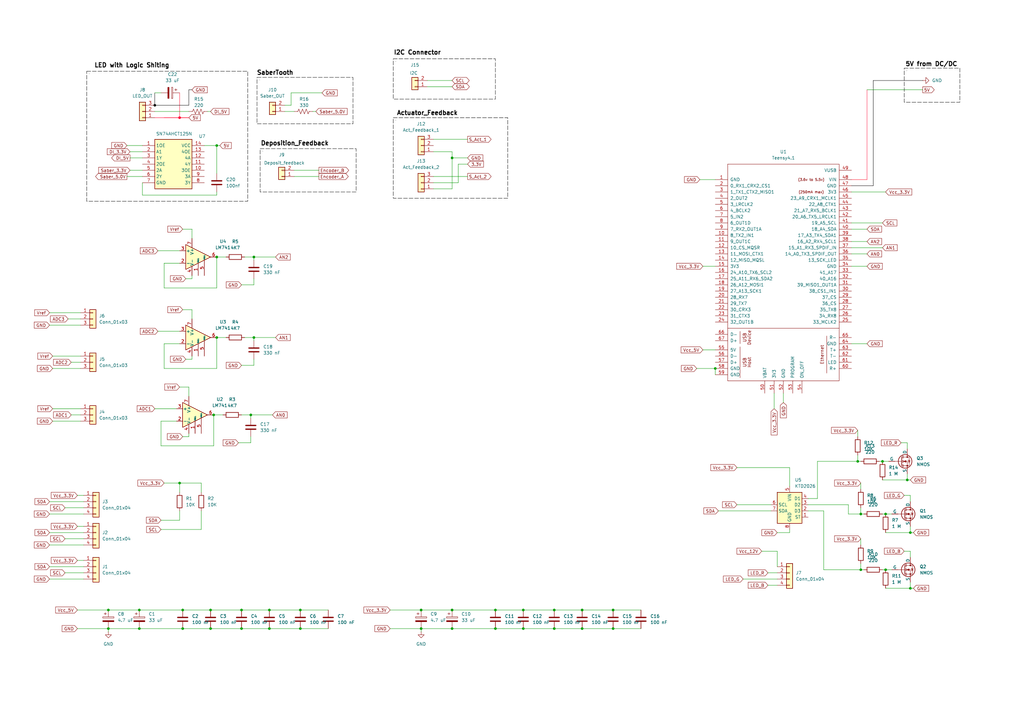
<source format=kicad_sch>
(kicad_sch (version 20250114) (generator "eeschema") (generator_version "9.0")
  (paper "A3")
  (lib_symbols
    (symbol "74xx:74AHC373"
      (property "Reference" "U7" (at -1.016 20.32 0))
      (property "Value" "SN74AHCT125N" (at -7.112 17.526 0))
      (symbol "74AHC373_1_0"
        (pin input line (at -12.7 12.7 0) (length 5.08) (name "1OE") (number "1"))
        (pin input line (at -12.7 10.16 0) (length 5.08) (name "A1") (number "2"))
        (pin input line (at -12.7 7.62 0) (length 5.08) (name "1Y") (number "3"))
        (pin input line (at -12.7 5.08 0) (length 5.08) (name "2OE") (number "4"))
        (pin input line (at -12.7 2.54 0) (length 5.08) (name "2A") (number "5"))
        (pin input line (at -12.7 0 0) (length 5.08) (name "2Y") (number "6"))
        (pin input line (at -12.7 -2.54 0) (length 5.08) (name "GND") (number "7"))
        (pin tri_state line (at 12.7 12.7 180) (length 5.08) (name "VCC") (number "14"))
        (pin tri_state line (at 12.7 10.16 180) (length 5.08) (name "4OE") (number "13"))
        (pin tri_state line (at 12.7 7.62 180) (length 5.08) (name "4A") (number "12"))
        (pin tri_state line (at 12.7 5.08 180) (length 5.08) (name "4Y") (number "11"))
        (pin tri_state line (at 12.7 2.54 180) (length 5.08) (name "3OE") (number "10"))
        (pin tri_state line (at 12.7 0 180) (length 5.08) (name "3A") (number "9"))
        (pin tri_state line (at 12.7 -2.54 180) (length 5.08) (name "3Y") (number "8"))
      )
    )
    (symbol "Amplifier_Operational:LM741" (pin_names (offset 0.127))
      (property "Reference" "U" (at 0 6.35 0))
      (property "Value" "LM741" (at 0 3.81 0))
      (symbol "LM741_1_1"
        (pin input line (at -7.62 2.54 0) (length 2.54) (name "+") (number "3"))
        (pin input line (at -7.62 -2.54 0) (length 2.54) (name "-") (number "2"))
        (pin power_in line (at -2.54 7.62 270) (length 3.81) (name "V+") (number "7"))
        (pin power_in line (at -2.54 -7.62 90) (length 3.81) (name "V-") (number "4"))
        (pin no_connect line (at 0 2.54 270) (length 2.54) (hide yes) (name "NC") (number "8"))
        (pin input line (at 0 -7.62 90) (length 5.08) (name "NULL") (number "1"))
        (pin input line (at 2.54 -7.62 90) (length 6.35) (name "NULL") (number "5"))
        (pin output line (at 7.62 0 180) (length 2.54) (name "~") (number "6"))
      )
    )
    (symbol "Connector_Generic:Conn_01x02" (pin_names (offset 1.016) (hide yes))
      (property "Reference" "J" (at 0 2.54 0))
      (property "Value" "Conn_01x02" (at 0 -5.08 0))
      (symbol "Conn_01x02_1_1"
        (pin passive line (at -5.08 0 0) (length 3.81) (name "Pin_1") (number "1"))
        (pin passive line (at -5.08 -2.54 0) (length 3.81) (name "Pin_2") (number "2"))
      )
    )
    (symbol "Connector_Generic:Conn_01x03" (pin_names (offset 1.016) (hide yes))
      (property "Reference" "J" (at 0 5.08 0))
      (property "Value" "Conn_01x03" (at 0 -5.08 0))
      (symbol "Conn_01x03_1_1"
        (pin passive line (at -5.08 2.54 0) (length 3.81) (name "Pin_1") (number "1"))
        (pin passive line (at -5.08 0 0) (length 3.81) (name "Pin_2") (number "2"))
        (pin passive line (at -5.08 -2.54 0) (length 3.81) (name "Pin_3") (number "3"))
      )
    )
    (symbol "Connector_Generic:Conn_01x04" (pin_names (offset 1.016) (hide yes))
      (property "Reference" "J" (at 0 5.08 0))
      (property "Value" "Conn_01x04" (at 0 -7.62 0))
      (symbol "Conn_01x04_1_1"
        (pin passive line (at -5.08 2.54 0) (length 3.81) (name "Pin_1") (number "1"))
        (pin passive line (at -5.08 0 0) (length 3.81) (name "Pin_2") (number "2"))
        (pin passive line (at -5.08 -2.54 0) (length 3.81) (name "Pin_3") (number "3"))
        (pin passive line (at -5.08 -5.08 0) (length 3.81) (name "Pin_4") (number "4"))
      )
    )
    (symbol "Device:C" (pin_numbers (hide yes)) (pin_names (offset 0.254))
      (property "Reference" "C" (at 0.635 2.54 0))
      (property "Value" "C" (at 0.635 -2.54 0))
      (symbol "C_1_1"
        (pin passive line (at 0 3.81 270) (length 2.794) (name "~") (number "1"))
        (pin passive line (at 0 -3.81 90) (length 2.794) (name "~") (number "2"))
      )
    )
    (symbol "Device:C_Polarized" (pin_numbers (hide yes)) (pin_names (offset 0.254))
      (property "Reference" "C" (at 0.635 2.54 0))
      (property "Value" "C_Polarized" (at 0.635 -2.54 0))
      (symbol "C_Polarized_1_1"
        (pin passive line (at 0 3.81 270) (length 2.794) (name "~") (number "1"))
        (pin passive line (at 0 -3.81 90) (length 2.794) (name "~") (number "2"))
      )
    )
    (symbol "Device:R" (pin_numbers (hide yes)) (pin_names (offset 0))
      (property "Reference" "R" (at 2.032 0 90))
      (property "Value" "R" (at 0 0 90))
      (symbol "R_1_1"
        (pin passive line (at 0 3.81 270) (length 1.27) (name "~") (number "1"))
        (pin passive line (at 0 -3.81 90) (length 1.27) (name "~") (number "2"))
      )
    )
    (symbol "Device:R_US" (pin_numbers (hide yes)) (pin_names (offset 0))
      (property "Reference" "R" (at 2.54 0 90))
      (property "Value" "R_US" (at -2.54 0 90))
      (symbol "R_US_1_1"
        (pin passive line (at 0 3.81 270) (length 1.27) (name "~") (number "1"))
        (pin passive line (at 0 -3.81 90) (length 1.27) (name "~") (number "2"))
      )
    )
    (symbol "Driver_LED:KTD2026"
      (property "Reference" "U" (at 6.604 8.636 0))
      (property "Value" "KTD2026" (at -6.985 8.89 0))
      (symbol "KTD2026_1_1"
        (pin input line (at -7.62 2.54 0) (length 2.54) (name "SCL") (number "6"))
        (pin bidirectional line (at -7.62 0 0) (length 2.54) (name "SDA") (number "7"))
        (pin power_in line (at 0 10.16 270) (length 2.54) (name "VIN") (number "5"))
        (pin power_in line (at 0 -7.62 90) (length 2.54) (name "GND") (number "8"))
        (pin passive line (at 0 -7.62 90) (length 2.54) (hide yes) (name "GND") (number "9"))
        (pin output line (at 7.62 5.08 180) (length 2.54) (name "D1") (number "4"))
        (pin output line (at 7.62 2.54 180) (length 2.54) (name "D2") (number "3"))
        (pin output line (at 7.62 0 180) (length 2.54) (name "D3") (number "2"))
        (pin open_collector line (at 7.62 -2.54 180) (length 2.54) (name "ST") (number "1"))
      )
    )
    (symbol "Simulation_SPICE:NMOS" (pin_numbers (hide yes)) (pin_names (offset 0))
      (property "Reference" "Q" (at 5.08 1.27 0))
      (property "Value" "NMOS" (at 5.08 -1.27 0))
      (symbol "NMOS_1_1"
        (pin input line (at -5.08 0 0) (length 2.54) (name "G") (number "2"))
        (pin passive line (at 2.54 5.08 270) (length 2.54) (name "D") (number "1"))
        (pin passive line (at 2.54 -5.08 90) (length 2.54) (name "S") (number "3"))
      )
    )
    (symbol "power:GND" (power) (pin_numbers (hide yes)) (pin_names (offset 0) (hide yes))
      (property "Value" "GND" (at 0 -3.81 0))
      (symbol "GND_1_1"
        (pin power_in line (at 0 0 270) (length 0) (name "~") (number "1"))
      )
    )
    (symbol "teensy:Teensy4.1" (pin_names (offset 1.016))
      (property "Reference" "U" (at 0 64.77 0))
      (property "Value" "Teensy4.1" (at 0 62.23 0))
      (symbol "Teensy4.1_0_0"
        (text "USB" (at -15.875 -10.16 900) (effects (font (size 1.27 1.27))))
        (text "USB" (at -15.875 -20.32 900) (effects (font (size 1.27 1.27))))
        (text "Device" (at -13.97 -10.16 900) (effects (font (size 1.27 1.27))))
        (text "Host" (at -13.97 -20.32 900) (effects (font (size 1.27 1.27))))
        (text "(3.6v to 5.5v)" (at 11.43 54.61 0) (effects (font (size 1.016 1.016))))
        (text "(250mA max)" (at 11.43 49.53 0) (effects (font (size 1.016 1.016))))
        (text "Ethernet" (at 15.875 -17.145 900) (effects (font (size 1.27 1.27))))
        (pin bidirectional line (at -27.94 44.45 0) (length 5.08) (name "3_LRCLK2") (number "5"))
        (pin bidirectional line (at -27.94 41.91 0) (length 5.08) (name "4_BCLK2") (number "6"))
        (pin bidirectional line (at -27.94 39.37 0) (length 5.08) (name "5_IN2") (number "7"))
        (pin bidirectional line (at -27.94 36.83 0) (length 5.08) (name "6_OUT1D") (number "8"))
        (pin bidirectional line (at -27.94 34.29 0) (length 5.08) (name "7_RX2_OUT1A") (number "9"))
        (pin bidirectional line (at -27.94 31.75 0) (length 5.08) (name "8_TX2_IN1") (number "10"))
        (pin bidirectional line (at -27.94 29.21 0) (length 5.08) (name "9_OUT1C") (number "11"))
        (pin bidirectional line (at -27.94 26.67 0) (length 5.08) (name "10_CS_MQSR") (number "12"))
        (pin bidirectional line (at -27.94 24.13 0) (length 5.08) (name "11_MOSI_CTX1") (number "13"))
        (pin bidirectional line (at -27.94 21.59 0) (length 5.08) (name "12_MISO_MQSL") (number "14"))
        (pin power_in line (at -27.94 19.05 0) (length 5.08) (name "3V3") (number "15"))
        (pin bidirectional line (at -27.94 16.51 0) (length 5.08) (name "24_A10_TX6_SCL2") (number "16"))
        (pin bidirectional line (at -27.94 13.97 0) (length 5.08) (name "25_A11_RX6_SDA2") (number "17"))
        (pin bidirectional line (at -27.94 11.43 0) (length 5.08) (name "26_A12_MOSI1") (number "18"))
        (pin bidirectional line (at -27.94 8.89 0) (length 5.08) (name "27_A13_SCK1") (number "19"))
        (pin bidirectional line (at -27.94 6.35 0) (length 5.08) (name "28_RX7") (number "20"))
        (pin bidirectional line (at -27.94 3.81 0) (length 5.08) (name "29_TX7") (number "21"))
        (pin bidirectional line (at -27.94 1.27 0) (length 5.08) (name "30_CRX3") (number "22"))
        (pin bidirectional line (at -27.94 -1.27 0) (length 5.08) (name "31_CTX3") (number "23"))
        (pin bidirectional line (at -27.94 -3.81 0) (length 5.08) (name "32_OUT1B") (number "24"))
        (pin bidirectional line (at -27.94 -8.89 0) (length 5.08) (name "D-") (number "66"))
        (pin bidirectional line (at -27.94 -11.43 0) (length 5.08) (name "D+") (number "67"))
        (pin power_out line (at -27.94 -15.24 0) (length 5.08) (name "5V") (number "55"))
        (pin bidirectional line (at -27.94 -17.78 0) (length 5.08) (name "D-") (number "56"))
        (pin bidirectional line (at -27.94 -20.32 0) (length 5.08) (name "D+") (number "57"))
        (pin power_in line (at -27.94 -22.86 0) (length 5.08) (name "GND") (number "58"))
        (pin power_in line (at -27.94 -25.4 0) (length 5.08) (name "GND") (number "59"))
        (pin power_in line (at -7.62 -33.02 90) (length 5.08) (name "VBAT") (number "50"))
        (pin power_in line (at -3.81 -33.02 90) (length 5.08) (name "3V3") (number "51"))
        (pin input line (at 0 -33.02 90) (length 5.08) (name "GND") (number "52"))
        (pin input line (at 3.81 -33.02 90) (length 5.08) (name "PROGRAM") (number "53"))
        (pin input line (at 7.62 -33.02 90) (length 5.08) (name "ON_OFF") (number "54"))
        (pin power_out line (at 27.94 58.42 180) (length 5.08) (name "VUSB") (number "49"))
        (pin power_in line (at 27.94 54.61 180) (length 5.08) (name "VIN") (number "48"))
        (pin output line (at 27.94 52.07 180) (length 5.08) (name "GND") (number "47"))
        (pin output line (at 27.94 49.53 180) (length 5.08) (name "3V3") (number "46"))
        (pin bidirectional line (at 27.94 46.99 180) (length 5.08) (name "23_A9_CRX1_MCLK1") (number "45"))
        (pin bidirectional line (at 27.94 44.45 180) (length 5.08) (name "22_A8_CTX1") (number "44"))
        (pin bidirectional line (at 27.94 41.91 180) (length 5.08) (name "21_A7_RX5_BCLK1") (number "43"))
        (pin bidirectional line (at 27.94 39.37 180) (length 5.08) (name "20_A6_TX5_LRCLK1") (number "42"))
        (pin bidirectional line (at 27.94 36.83 180) (length 5.08) (name "19_A5_SCL") (number "41"))
        (pin bidirectional line (at 27.94 34.29 180) (length 5.08) (name "18_A4_SDA") (number "40"))
        (pin bidirectional line (at 27.94 31.75 180) (length 5.08) (name "17_A3_TX4_SDA1") (number "39"))
        (pin bidirectional line (at 27.94 29.21 180) (length 5.08) (name "16_A2_RX4_SCL1") (number "38"))
        (pin bidirectional line (at 27.94 26.67 180) (length 5.08) (name "15_A1_RX3_SPDIF_IN") (number "37"))
        (pin bidirectional line (at 27.94 24.13 180) (length 5.08) (name "14_A0_TX3_SPDIF_OUT") (number "36"))
        (pin bidirectional line (at 27.94 21.59 180) (length 5.08) (name "13_SCK_LED") (number "35"))
        (pin bidirectional line (at 27.94 16.51 180) (length 5.08) (name "41_A17") (number "33"))
        (pin bidirectional line (at 27.94 13.97 180) (length 5.08) (name "40_A16") (number "32"))
        (pin bidirectional line (at 27.94 11.43 180) (length 5.08) (name "39_MISO1_OUT1A") (number "31"))
        (pin bidirectional line (at 27.94 8.89 180) (length 5.08) (name "38_CS1_IN1") (number "30"))
        (pin bidirectional line (at 27.94 6.35 180) (length 5.08) (name "37_CS") (number "29"))
        (pin bidirectional line (at 27.94 3.81 180) (length 5.08) (name "36_CS") (number "28"))
        (pin bidirectional line (at 27.94 1.27 180) (length 5.08) (name "35_TX8") (number "27"))
        (pin bidirectional line (at 27.94 -1.27 180) (length 5.08) (name "34_RX8") (number "26"))
        (pin bidirectional line (at 27.94 -3.81 180) (length 5.08) (name "33_MCLK2") (number "25"))
        (pin bidirectional line (at 27.94 -10.16 180) (length 5.08) (name "R-") (number "65"))
        (pin power_in line (at 27.94 -12.7 180) (length 5.08) (name "GND") (number "64"))
        (pin bidirectional line (at 27.94 -15.24 180) (length 5.08) (name "T+") (number "63"))
        (pin bidirectional line (at 27.94 -17.78 180) (length 5.08) (name "T-") (number "62"))
        (pin bidirectional line (at 27.94 -20.32 180) (length 5.08) (name "LED") (number "61"))
        (pin bidirectional line (at 27.94 -22.86 180) (length 5.08) (name "R+") (number "60"))
      )
      (symbol "Teensy4.1_1_1"
        (pin power_in line (at -27.94 54.61 0) (length 5.08) (name "GND") (number "1"))
        (pin bidirectional line (at -27.94 52.07 0) (length 5.08) (name "0_RX1_CRX2_CS1") (number "2"))
        (pin bidirectional line (at -27.94 49.53 0) (length 5.08) (name "1_TX1_CTX2_MISO1") (number "3"))
        (pin bidirectional line (at -27.94 46.99 0) (length 5.08) (name "2_OUT2") (number "4"))
        (pin power_in line (at 27.94 19.05 180) (length 5.08) (name "GND") (number "34"))
      )
    )
  )
  (text "Deposition_Feedback\n" (at 120.904 58.928 0) (effects (font (size 1.778 1.778) (thickness 0.3556) (bold yes))))
  (text "5V from DC/DC\n" (at 382.016 26.416 0) (effects (font (size 1.778 1.778) (thickness 0.3556) (bold yes))))
  (text "LED with Logic Shiting\n" (at 54.102 26.924 0) (effects (font (size 1.778 1.778) (thickness 0.3556) (bold yes))))
  (text "SaberTooth \n" (at 113.538 29.972 0) (effects (font (size 1.778 1.778) (thickness 0.3556) (bold yes))))
  (text "Actuator_Feedback\n" (at 175.26 46.482 0) (effects (font (size 1.778 1.778) (thickness 0.3556) (bold yes))))
  (text "I2C Connector\n\n" (at 171.196 23.114 0) (effects (font (size 1.778 1.778) (thickness 0.3556) (bold yes))))
  (text_box "\\\n" (at 161.29 48.26 0) (size 46.99 33.02) (margins 0.9525 0.9525 0.9525 0.9525) (stroke (width 0.1524) (type dash) (color 0 0 0 1)) (effects (font (size 0.127 0.127)) (justify left top)))
  (text_box "\\\n" (at 106.68 60.96 0) (size 39.37 17.78) (margins 0.9525 0.9525 0.9525 0.9525) (stroke (width 0.1524) (type dash) (color 0 0 0 1)) (effects (font (size 0.127 0.127)) (justify left top)))
  (text_box "\\\n" (at 370.84 27.94 0) (size 22.86 13.97) (margins 0.9525 0.9525 0.9525 0.9525) (stroke (width 0.1524) (type dash) (color 0 0 0 1)) (effects (font (size 0.127 0.127)) (justify left top)))
  (text_box "\\\n" (at 35.56 29.21 0) (size 66.04 53.34) (margins 0.9525 0.9525 0.9525 0.9525) (stroke (width 0.1524) (type dash) (color 0 0 0 1)) (effects (font (size 0.127 0.127)) (justify left top)))
  (text_box "\\\n" (at 161.29 24.13 0) (size 41.91 16.51) (margins 0.9525 0.9525 0.9525 0.9525) (stroke (width 0.1524) (type dash) (color 0 0 0 1)) (effects (font (size 0.127 0.127)) (justify left top)))
  (text_box "\\\n" (at 105.41 31.75 0) (size 39.37 19.05) (margins 0.9525 0.9525 0.9525 0.9525) (stroke (width 0.1524) (type dash) (color 0 0 0 1)) (effects (font (size 0.127 0.127)) (justify left top)))
  (junction (at 57.15 257.81))
  (junction (at 88.9 105.41))
  (junction (at 63.5 43.18) (color 5 5 5 1))
  (junction (at 372.11 196.85))
  (junction (at 227.33 257.81))
  (junction (at 44.45 257.81))
  (junction (at 363.22 210.82))
  (junction (at 351.79 189.23))
  (junction (at 74.93 257.81))
  (junction (at 214.63 257.81))
  (junction (at 172.72 250.19))
  (junction (at 73.66 48.26) (color 255 0 40 1))
  (junction (at 238.76 257.81))
  (junction (at 86.36 257.81))
  (junction (at 86.36 250.19))
  (junction (at 172.72 257.81))
  (junction (at 104.14 105.41))
  (junction (at 74.93 250.19))
  (junction (at 361.95 189.23))
  (junction (at 99.06 257.81))
  (junction (at 373.38 218.44))
  (junction (at 102.87 170.18))
  (junction (at 99.06 250.19))
  (junction (at 88.9 59.69))
  (junction (at 363.22 233.68))
  (junction (at 110.49 250.19))
  (junction (at 227.33 250.19))
  (junction (at 123.19 250.19))
  (junction (at 185.42 250.19))
  (junction (at 214.63 250.19))
  (junction (at 238.76 250.19))
  (junction (at 185.42 64.77))
  (junction (at 57.15 250.19))
  (junction (at 251.46 250.19))
  (junction (at 203.2 250.19))
  (junction (at 87.63 170.18))
  (junction (at 44.45 250.19))
  (junction (at 251.46 257.81))
  (junction (at 104.14 138.43))
  (junction (at 123.19 257.81))
  (junction (at 73.66 198.12))
  (junction (at 353.06 233.68))
  (junction (at 203.2 257.81))
  (junction (at 373.38 241.3))
  (junction (at 185.42 257.81))
  (junction (at 293.37 151.13))
  (junction (at 110.49 257.81))
  (junction (at 88.9 138.43))
  (junction (at 353.06 210.82))
  (wire (pts (xy 337.82 209.55) (xy 337.82 233.68)))
  (wire (pts (xy 120.65 72.39) (xy 130.81 72.39)))
  (wire (pts (xy 104.14 105.41) (xy 113.03 105.41)))
  (wire (pts (xy 349.25 140.97) (xy 355.6 140.97)))
  (wire (pts (xy 373.38 238.76) (xy 373.38 241.3)))
  (wire (pts (xy 172.72 250.19) (xy 185.42 250.19)))
  (wire (pts (xy 120.65 69.85) (xy 130.81 69.85)))
  (wire (pts (xy 64.77 135.89) (xy 73.66 135.89)))
  (wire (pts (xy 369.57 181.61) (xy 372.11 181.61)))
  (wire (pts (xy 185.42 257.81) (xy 203.2 257.81)))
  (wire (pts (xy 293.37 151.13) (xy 293.37 153.67)))
  (wire (pts (xy 238.76 257.81) (xy 251.46 257.81)))
  (wire (pts (xy 363.22 233.68) (xy 365.76 233.68)))
  (wire (pts (xy 123.19 257.81) (xy 134.62 257.81)))
  (wire (pts (xy 373.38 218.44) (xy 374.65 218.44)))
  (wire (pts (xy 128.27 45.72) (xy 129.54 45.72)))
  (wire (pts (xy 373.38 226.06) (xy 373.38 228.6)))
  (wire (pts (xy 63.5 167.64) (xy 72.39 167.64)))
  (wire (pts (xy 31.75 250.19) (xy 44.45 250.19)))
  (wire (pts (xy 53.34 64.77) (xy 58.42 64.77)))
  (wire (pts (xy 351.79 179.07) (xy 351.79 176.53)))
  (wire (pts (xy 317.5 161.29) (xy 317.5 167.64)))
  (wire (pts (xy 104.14 138.43) (xy 113.03 138.43)))
  (wire (pts (xy 67.31 118.11) (xy 88.9 118.11)))
  (wire (pts (xy 177.8 74.93) (xy 187.96 74.93)))
  (wire (pts (xy 67.31 151.13) (xy 88.9 151.13)))
  (wire (pts (xy 26.67 220.98) (xy 34.29 220.98)))
  (wire (pts (xy 353.06 231.14) (xy 353.06 233.68)))
  (wire (pts (xy 203.2 250.19) (xy 214.63 250.19)))
  (wire (pts (xy 29.21 148.59) (xy 33.02 148.59)))
  (wire (pts (xy 203.2 257.81) (xy 214.63 257.81)))
  (wire (pts (xy 363.22 218.44) (xy 373.38 218.44)))
  (wire (pts (xy 29.21 170.18) (xy 33.02 170.18)))
  (wire (pts (xy 337.82 233.68) (xy 353.06 233.68)))
  (wire (pts (xy 177.8 77.47) (xy 185.42 77.47)))
  (wire (pts (xy 372.11 181.61) (xy 372.11 184.15)))
  (wire (pts (xy 304.8 237.49) (xy 318.77 237.49)))
  (wire (pts (xy 88.9 118.11) (xy 88.9 105.41)))
  (wire (pts (xy 287.02 73.66) (xy 293.37 73.66)))
  (wire (pts (xy 102.87 181.61) (xy 97.79 181.61)))
  (wire (pts (xy 77.47 36.83) (xy 78.74 36.83)) (stroke (width 0) (color 5 5 5 1)))
  (wire (pts (xy 318.77 218.44) (xy 323.85 218.44)))
  (wire (pts (xy 78.74 93.98) (xy 78.74 97.79)))
  (wire (pts (xy 77.47 36.83) (xy 77.47 43.18)) (stroke (width 0) (color 5 5 5 1)))
  (wire (pts (xy 44.45 250.19) (xy 57.15 250.19)))
  (wire (pts (xy 314.96 234.95) (xy 318.77 234.95)))
  (wire (pts (xy 78.74 147.32) (xy 78.74 146.05)))
  (wire (pts (xy 83.82 59.69) (xy 88.9 59.69)))
  (wire (pts (xy 64.77 102.87) (xy 73.66 102.87)))
  (wire (pts (xy 110.49 257.81) (xy 123.19 257.81)))
  (wire (pts (xy 175.26 35.56) (xy 185.42 35.56)))
  (wire (pts (xy 373.38 203.2) (xy 373.38 205.74)))
  (wire (pts (xy 302.26 207.01) (xy 316.23 207.01)))
  (wire (pts (xy 361.95 189.23) (xy 364.49 189.23)))
  (wire (pts (xy 31.75 203.2) (xy 34.29 203.2)))
  (wire (pts (xy 227.33 257.81) (xy 238.76 257.81)))
  (wire (pts (xy 82.55 201.93) (xy 82.55 198.12)))
  (wire (pts (xy 335.28 204.47) (xy 335.28 189.23)))
  (wire (pts (xy 73.66 198.12) (xy 73.66 201.93)))
  (wire (pts (xy 20.32 133.35) (xy 33.02 133.35)))
  (wire (pts (xy 185.42 62.23) (xy 185.42 64.77)))
  (wire (pts (xy 116.84 45.72) (xy 120.65 45.72)))
  (wire (pts (xy 77.47 179.07) (xy 77.47 177.8)))
  (wire (pts (xy 99.06 257.81) (xy 110.49 257.81)))
  (wire (pts (xy 26.67 208.28) (xy 34.29 208.28)))
  (wire (pts (xy 102.87 179.07) (xy 102.87 181.61)))
  (wire (pts (xy 187.96 67.31) (xy 191.77 67.31)))
  (wire (pts (xy 370.84 226.06) (xy 373.38 226.06)))
  (wire (pts (xy 57.15 250.19) (xy 74.93 250.19)))
  (wire (pts (xy 21.59 172.72) (xy 33.02 172.72)))
  (wire (pts (xy 87.63 182.88) (xy 87.63 170.18)))
  (wire (pts (xy 44.45 257.81) (xy 57.15 257.81)))
  (wire (pts (xy 74.93 250.19) (xy 86.36 250.19)))
  (wire (pts (xy 82.55 198.12) (xy 73.66 198.12)))
  (wire (pts (xy 251.46 250.19) (xy 262.89 250.19)))
  (wire (pts (xy 88.9 105.41) (xy 92.71 105.41)))
  (wire (pts (xy 353.06 210.82) (xy 354.33 210.82)))
  (wire (pts (xy 73.66 38.1) (xy 73.66 48.26)) (stroke (width 0) (color 255 1 35 1)))
  (wire (pts (xy 31.75 229.87) (xy 34.29 229.87)))
  (wire (pts (xy 85.09 45.72) (xy 86.36 45.72)))
  (wire (pts (xy 21.59 146.05) (xy 33.02 146.05)))
  (wire (pts (xy 353.06 208.28) (xy 353.06 210.82)))
  (wire (pts (xy 74.93 127) (xy 78.74 127)))
  (wire (pts (xy 73.66 213.36) (xy 73.66 209.55)))
  (wire (pts (xy 360.68 189.23) (xy 361.95 189.23)))
  (wire (pts (xy 214.63 257.81) (xy 227.33 257.81)))
  (wire (pts (xy 378.46 33.02) (xy 358.14 33.02)) (stroke (width 0) (color 0 0 0 1)))
  (wire (pts (xy 67.31 198.12) (xy 73.66 198.12)))
  (wire (pts (xy 77.47 43.18) (xy 63.5 43.18)) (stroke (width 0) (color 5 5 5 1)))
  (wire (pts (xy 321.31 161.29) (xy 321.31 165.1)))
  (wire (pts (xy 88.9 138.43) (xy 92.71 138.43)))
  (wire (pts (xy 349.25 76.2) (xy 358.14 76.2)) (stroke (width 0) (color 8 0 3 1)))
  (wire (pts (xy 185.42 64.77) (xy 185.42 77.47)))
  (wire (pts (xy 20.32 205.74) (xy 34.29 205.74)))
  (wire (pts (xy 88.9 59.69) (xy 90.17 59.69)))
  (wire (pts (xy 73.66 140.97) (xy 67.31 140.97)))
  (wire (pts (xy 102.87 170.18) (xy 99.06 170.18)))
  (wire (pts (xy 355.6 73.66) (xy 349.25 73.66)) (stroke (width 0) (color 255 0 27 1)))
  (wire (pts (xy 347.98 207.01) (xy 347.98 210.82)))
  (wire (pts (xy 63.5 48.26) (xy 73.66 48.26)) (stroke (width 0) (color 255 0 46 1)))
  (wire (pts (xy 361.95 196.85) (xy 372.11 196.85)))
  (wire (pts (xy 76.2 147.32) (xy 78.74 147.32)))
  (wire (pts (xy 20.32 128.27) (xy 33.02 128.27)))
  (wire (pts (xy 349.25 101.6) (xy 361.95 101.6)))
  (wire (pts (xy 58.42 74.93) (xy 58.42 80.01)))
  (wire (pts (xy 363.22 241.3) (xy 373.38 241.3)))
  (wire (pts (xy 172.72 257.81) (xy 185.42 257.81)))
  (wire (pts (xy 185.42 250.19) (xy 203.2 250.19)))
  (wire (pts (xy 372.11 196.85) (xy 373.38 196.85)))
  (wire (pts (xy 119.38 43.18) (xy 119.38 38.1)))
  (wire (pts (xy 73.66 107.95) (xy 67.31 107.95)))
  (wire (pts (xy 78.74 127) (xy 78.74 130.81)))
  (wire (pts (xy 110.49 250.19) (xy 123.19 250.19)))
  (wire (pts (xy 88.9 59.69) (xy 88.9 71.12)))
  (wire (pts (xy 116.84 43.18) (xy 119.38 43.18)))
  (wire (pts (xy 66.04 217.17) (xy 82.55 217.17)))
  (wire (pts (xy 177.8 62.23) (xy 185.42 62.23)))
  (wire (pts (xy 87.63 170.18) (xy 91.44 170.18)))
  (wire (pts (xy 160.02 250.19) (xy 172.72 250.19)))
  (wire (pts (xy 86.36 257.81) (xy 99.06 257.81)))
  (wire (pts (xy 77.47 45.72) (xy 63.5 45.72)))
  (wire (pts (xy 20.32 218.44) (xy 34.29 218.44)))
  (wire (pts (xy 88.9 151.13) (xy 88.9 138.43)))
  (wire (pts (xy 314.96 240.03) (xy 318.77 240.03)))
  (wire (pts (xy 88.9 80.01) (xy 88.9 78.74)))
  (wire (pts (xy 175.26 33.02) (xy 185.42 33.02)))
  (wire (pts (xy 335.28 189.23) (xy 351.79 189.23)))
  (wire (pts (xy 53.34 62.23) (xy 58.42 62.23)))
  (wire (pts (xy 288.29 109.22) (xy 293.37 109.22)))
  (wire (pts (xy 73.66 48.26) (xy 77.47 48.26)) (stroke (width 0) (color 255 18 0 1)))
  (wire (pts (xy 104.14 138.43) (xy 100.33 138.43)))
  (wire (pts (xy 74.93 93.98) (xy 78.74 93.98)))
  (wire (pts (xy 63.5 38.1) (xy 63.5 43.18)) (stroke (width 0) (color 5 3 5 1)))
  (wire (pts (xy 160.02 257.81) (xy 172.72 257.81)))
  (wire (pts (xy 355.6 36.83) (xy 355.6 73.66)) (stroke (width 0) (color 255 14 57 1)))
  (wire (pts (xy 104.14 149.86) (xy 99.06 149.86)))
  (wire (pts (xy 351.79 186.69) (xy 351.79 189.23)))
  (wire (pts (xy 177.8 57.15) (xy 191.77 57.15)))
  (wire (pts (xy 187.96 67.31) (xy 187.96 74.93)))
  (wire (pts (xy 53.34 69.85) (xy 58.42 69.85)))
  (wire (pts (xy 72.39 172.72) (xy 66.04 172.72)))
  (wire (pts (xy 251.46 257.81) (xy 262.89 257.81)))
  (wire (pts (xy 74.93 257.81) (xy 86.36 257.81)))
  (wire (pts (xy 26.67 234.95) (xy 34.29 234.95)))
  (wire (pts (xy 353.06 200.66) (xy 353.06 198.12)))
  (wire (pts (xy 312.42 226.06) (xy 318.77 226.06)))
  (wire (pts (xy 214.63 250.19) (xy 227.33 250.19)))
  (wire (pts (xy 349.25 91.44) (xy 361.95 91.44)))
  (wire (pts (xy 102.87 171.45) (xy 102.87 170.18)))
  (wire (pts (xy 77.47 158.75) (xy 77.47 162.56)))
  (wire (pts (xy 349.25 109.22) (xy 355.6 109.22)))
  (wire (pts (xy 21.59 151.13) (xy 33.02 151.13)))
  (wire (pts (xy 74.93 179.07) (xy 77.47 179.07)))
  (wire (pts (xy 31.75 215.9) (xy 34.29 215.9)))
  (wire (pts (xy 373.38 241.3) (xy 374.65 241.3)))
  (wire (pts (xy 185.42 64.77) (xy 191.77 64.77)))
  (wire (pts (xy 353.06 233.68) (xy 354.33 233.68)))
  (wire (pts (xy 86.36 250.19) (xy 99.06 250.19)))
  (wire (pts (xy 323.85 191.77) (xy 323.85 199.39)))
  (wire (pts (xy 66.04 213.36) (xy 73.66 213.36)))
  (wire (pts (xy 104.14 147.32) (xy 104.14 149.86)))
  (wire (pts (xy 349.25 93.98) (xy 355.6 93.98)))
  (wire (pts (xy 104.14 116.84) (xy 99.06 116.84)))
  (wire (pts (xy 73.66 48.26) (xy 77.47 48.26)) (stroke (width 0) (color 255 0 46 1)))
  (wire (pts (xy 52.07 59.69) (xy 58.42 59.69)))
  (wire (pts (xy 104.14 105.41) (xy 100.33 105.41)))
  (wire (pts (xy 20.32 232.41) (xy 34.29 232.41)))
  (wire (pts (xy 294.64 209.55) (xy 316.23 209.55)))
  (wire (pts (xy 73.66 158.75) (xy 77.47 158.75)))
  (wire (pts (xy 361.95 233.68) (xy 363.22 233.68)))
  (wire (pts (xy 349.25 99.06) (xy 355.6 99.06)))
  (wire (pts (xy 285.75 151.13) (xy 293.37 151.13)))
  (wire (pts (xy 104.14 106.68) (xy 104.14 105.41)))
  (wire (pts (xy 82.55 217.17) (xy 82.55 209.55)))
  (wire (pts (xy 353.06 223.52) (xy 353.06 220.98)))
  (wire (pts (xy 67.31 48.26) (xy 73.66 48.26)) (stroke (width 0) (color 255 6 45 1)))
  (wire (pts (xy 363.22 210.82) (xy 365.76 210.82)))
  (wire (pts (xy 331.47 204.47) (xy 335.28 204.47)))
  (wire (pts (xy 104.14 114.3) (xy 104.14 116.84)))
  (wire (pts (xy 347.98 210.82) (xy 353.06 210.82)))
  (wire (pts (xy 67.31 107.95) (xy 67.31 118.11)))
  (wire (pts (xy 349.25 78.74) (xy 363.22 78.74)))
  (wire (pts (xy 361.95 210.82) (xy 363.22 210.82)))
  (wire (pts (xy 358.14 33.02) (xy 358.14 76.2)) (stroke (width 0) (color 0 0 0 1)))
  (wire (pts (xy 104.14 139.7) (xy 104.14 138.43)))
  (wire (pts (xy 20.32 210.82) (xy 34.29 210.82)))
  (wire (pts (xy 370.84 203.2) (xy 373.38 203.2)))
  (wire (pts (xy 351.79 189.23) (xy 353.06 189.23)))
  (wire (pts (xy 76.2 114.3) (xy 78.74 114.3)))
  (wire (pts (xy 349.25 104.14) (xy 355.6 104.14)))
  (wire (pts (xy 102.87 170.18) (xy 111.76 170.18)))
  (wire (pts (xy 288.29 143.51) (xy 293.37 143.51)))
  (wire (pts (xy 373.38 215.9) (xy 373.38 218.44)))
  (wire (pts (xy 372.11 194.31) (xy 372.11 196.85)))
  (wire (pts (xy 21.59 167.64) (xy 33.02 167.64)))
  (wire (pts (xy 20.32 237.49) (xy 34.29 237.49)))
  (wire (pts (xy 66.04 172.72) (xy 66.04 182.88)))
  (wire (pts (xy 302.26 191.77) (xy 323.85 191.77)))
  (wire (pts (xy 119.38 38.1) (xy 132.08 38.1)))
  (wire (pts (xy 58.42 80.01) (xy 88.9 80.01)))
  (wire (pts (xy 318.77 226.06) (xy 318.77 232.41)))
  (wire (pts (xy 20.32 223.52) (xy 34.29 223.52)))
  (wire (pts (xy 177.8 72.39) (xy 191.77 72.39)))
  (wire (pts (xy 331.47 209.55) (xy 337.82 209.55)))
  (wire (pts (xy 227.33 250.19) (xy 238.76 250.19)))
  (wire (pts (xy 44.45 257.81) (xy 44.45 259.08)))
  (wire (pts (xy 52.07 72.39) (xy 58.42 72.39)))
  (wire (pts (xy 67.31 140.97) (xy 67.31 151.13)))
  (wire (pts (xy 123.19 250.19) (xy 134.62 250.19)))
  (wire (pts (xy 66.04 38.1) (xy 63.5 38.1)))
  (wire (pts (xy 331.47 207.01) (xy 347.98 207.01)))
  (wire (pts (xy 323.85 218.44) (xy 323.85 217.17)))
  (wire (pts (xy 57.15 257.81) (xy 74.93 257.81)))
  (wire (pts (xy 378.46 36.83) (xy 355.6 36.83)))
  (wire (pts (xy 238.76 250.19) (xy 251.46 250.19)))
  (wire (pts (xy 99.06 250.19) (xy 110.49 250.19)))
  (wire (pts (xy 78.74 114.3) (xy 78.74 113.03)))
  (wire (pts (xy 172.72 257.81) (xy 172.72 259.08)))
  (wire (pts (xy 31.75 257.81) (xy 44.45 257.81)))
  (wire (pts (xy 66.04 182.88) (xy 87.63 182.88)))
  (wire (pts (xy 27.94 130.81) (xy 33.02 130.81)))
  (global_label "Vcc_3.3V" (shape input) (at 160.02 250.19 180) (property "Intersheetrefs" "${INTERSHEET_REFS}" (effects (hide yes))))
  (global_label "GND" (shape input) (at 318.77 218.44 180) (property "Intersheetrefs" "${INTERSHEET_REFS}" (effects (hide yes))))
  (global_label "LED_G" (shape input) (at 370.84 203.2 180) (property "Intersheetrefs" "${INTERSHEET_REFS}" (effects (hide yes))))
  (global_label "SCL" (shape input) (at 302.26 207.01 180) (property "Intersheetrefs" "${INTERSHEET_REFS}" (effects (hide yes))))
  (global_label "GND" (shape input) (at 76.2 114.3 180) (property "Intersheetrefs" "${INTERSHEET_REFS}" (effects (hide yes))))
  (global_label "SCL" (shape input) (at 361.95 91.44 0) (property "Intersheetrefs" "${INTERSHEET_REFS}" (effects (hide yes))))
  (global_label "GND" (shape input) (at 132.08 38.1 0) (property "Intersheetrefs" "${INTERSHEET_REFS}" (effects (hide yes))))
  (global_label "ADC2" (shape input) (at 64.77 135.89 180) (property "Intersheetrefs" "${INTERSHEET_REFS}" (effects (hide yes))))
  (global_label "S_Act_2" (shape output) (at 191.77 72.39 0) (property "Intersheetrefs" "${INTERSHEET_REFS}" (effects (hide yes))))
  (global_label "LED_R" (shape input) (at 369.57 181.61 180) (property "Intersheetrefs" "${INTERSHEET_REFS}" (effects (hide yes))))
  (global_label "ADC3" (shape input) (at 64.77 102.87 180) (property "Intersheetrefs" "${INTERSHEET_REFS}" (effects (hide yes))))
  (global_label "GND" (shape input) (at 191.77 64.77 0) (property "Intersheetrefs" "${INTERSHEET_REFS}" (effects (hide yes))))
  (global_label "LED_B" (shape input) (at 370.84 226.06 180) (property "Intersheetrefs" "${INTERSHEET_REFS}" (effects (hide yes))))
  (global_label "SDA" (shape bidirectional) (at 185.42 35.56 0) (property "Intersheetrefs" "${INTERSHEET_REFS}" (effects (hide yes))))
  (global_label "GND" (shape input) (at 355.6 140.97 0) (property "Intersheetrefs" "${INTERSHEET_REFS}" (effects (hide yes))))
  (global_label "SCL" (shape bidirectional) (at 185.42 33.02 0) (property "Intersheetrefs" "${INTERSHEET_REFS}" (effects (hide yes))))
  (global_label "Saber_3.3V" (shape input) (at 53.34 69.85 180) (property "Intersheetrefs" "${INTERSHEET_REFS}" (effects (hide yes))))
  (global_label "AN0" (shape input) (at 111.76 170.18 0) (property "Intersheetrefs" "${INTERSHEET_REFS}" (effects (hide yes))))
  (global_label "Vcc_3.3V" (shape input) (at 288.29 109.22 180) (property "Intersheetrefs" "${INTERSHEET_REFS}" (effects (hide yes))))
  (global_label "Vcc_3.3V" (shape input) (at 353.06 198.12 180) (property "Intersheetrefs" "${INTERSHEET_REFS}" (effects (hide yes))))
  (global_label "Vcc_3.3V" (shape input) (at 317.5 167.64 270) (property "Intersheetrefs" "${INTERSHEET_REFS}" (effects (hide yes))))
  (global_label "GND" (shape input) (at 355.6 109.22 0) (property "Intersheetrefs" "${INTERSHEET_REFS}" (effects (hide yes))))
  (global_label "GND" (shape input) (at 99.06 149.86 180) (property "Intersheetrefs" "${INTERSHEET_REFS}" (effects (hide yes))))
  (global_label "GND" (shape input) (at 20.32 133.35 180) (property "Intersheetrefs" "${INTERSHEET_REFS}" (effects (hide yes))))
  (global_label "GND" (shape input) (at 52.07 59.69 180) (property "Intersheetrefs" "${INTERSHEET_REFS}" (effects (hide yes))))
  (global_label "ADC1" (shape input) (at 63.5 167.64 180) (property "Intersheetrefs" "${INTERSHEET_REFS}" (effects (hide yes))))
  (global_label "Encoder_B" (shape output) (at 130.81 69.85 0) (property "Intersheetrefs" "${INTERSHEET_REFS}" (effects (hide yes))))
  (global_label "SDA" (shape input) (at 20.32 232.41 180) (property "Intersheetrefs" "${INTERSHEET_REFS}" (effects (hide yes))))
  (global_label "3.3V" (shape input) (at 191.77 67.31 0) (property "Intersheetrefs" "${INTERSHEET_REFS}" (effects (hide yes))))
  (global_label "GND" (shape input) (at 20.32 223.52 180) (property "Intersheetrefs" "${INTERSHEET_REFS}" (effects (hide yes))))
  (global_label "AN2" (shape input) (at 355.6 99.06 0) (property "Intersheetrefs" "${INTERSHEET_REFS}" (effects (hide yes))))
  (global_label "Vcc_5V" (shape input) (at 31.75 250.19 180) (property "Intersheetrefs" "${INTERSHEET_REFS}" (effects (hide yes))))
  (global_label "SCL" (shape input) (at 26.67 220.98 180) (property "Intersheetrefs" "${INTERSHEET_REFS}" (effects (hide yes))))
  (global_label "GND" (shape input) (at 76.2 147.32 180) (property "Intersheetrefs" "${INTERSHEET_REFS}" (effects (hide yes))))
  (global_label "GND" (shape input) (at 74.93 179.07 180) (property "Intersheetrefs" "${INTERSHEET_REFS}" (effects (hide yes))))
  (global_label "SDA" (shape input) (at 20.32 218.44 180) (property "Intersheetrefs" "${INTERSHEET_REFS}" (effects (hide yes))))
  (global_label "SDA" (shape input) (at 20.32 205.74 180) (property "Intersheetrefs" "${INTERSHEET_REFS}" (effects (hide yes))))
  (global_label "Vref" (shape input) (at 21.59 167.64 180) (property "Intersheetrefs" "${INTERSHEET_REFS}" (effects (hide yes))))
  (global_label "Saber_5.0V" (shape output) (at 52.07 72.39 180) (property "Intersheetrefs" "${INTERSHEET_REFS}" (effects (hide yes))))
  (global_label "Vcc_3.3V" (shape input) (at 31.75 229.87 180) (property "Intersheetrefs" "${INTERSHEET_REFS}" (effects (hide yes))))
  (global_label "SCL" (shape input) (at 66.04 217.17 180) (property "Intersheetrefs" "${INTERSHEET_REFS}" (effects (hide yes))))
  (global_label "Vcc_3.3V" (shape input) (at 67.31 198.12 180) (property "Intersheetrefs" "${INTERSHEET_REFS}" (effects (hide yes))))
  (global_label "GND" (shape input) (at 374.65 241.3 0) (property "Intersheetrefs" "${INTERSHEET_REFS}" (effects (hide yes))))
  (global_label "GND" (shape input) (at 321.31 165.1 270) (property "Intersheetrefs" "${INTERSHEET_REFS}" (effects (hide yes))))
  (global_label "Vcc_3.3V" (shape input) (at 353.06 220.98 180) (property "Intersheetrefs" "${INTERSHEET_REFS}" (effects (hide yes))))
  (global_label "ADC3" (shape input) (at 27.94 130.81 180) (property "Intersheetrefs" "${INTERSHEET_REFS}" (effects (hide yes))))
  (global_label "5V" (shape output) (at 378.46 36.83 0) (property "Intersheetrefs" "${INTERSHEET_REFS}" (effects (hide yes))))
  (global_label "GND" (shape input) (at 21.59 151.13 180) (property "Intersheetrefs" "${INTERSHEET_REFS}" (effects (hide yes))))
  (global_label "5V" (shape input) (at 77.47 48.26 0) (property "Intersheetrefs" "${INTERSHEET_REFS}" (effects (hide yes))))
  (global_label "LED_R" (shape input) (at 314.96 234.95 180) (property "Intersheetrefs" "${INTERSHEET_REFS}" (effects (hide yes))))
  (global_label "GND" (shape input) (at 21.59 172.72 180) (property "Intersheetrefs" "${INTERSHEET_REFS}" (effects (hide yes))))
  (global_label "Vref" (shape input) (at 20.32 128.27 180) (property "Intersheetrefs" "${INTERSHEET_REFS}" (effects (hide yes))))
  (global_label "GND" (shape input) (at 20.32 210.82 180) (property "Intersheetrefs" "${INTERSHEET_REFS}" (effects (hide yes))))
  (global_label "GND" (shape input) (at 287.02 73.66 180) (property "Intersheetrefs" "${INTERSHEET_REFS}" (effects (hide yes))))
  (global_label "GND" (shape input) (at 78.74 36.83 0) (property "Intersheetrefs" "${INTERSHEET_REFS}" (effects (hide yes))))
  (global_label "Vref" (shape input) (at 73.66 158.75 180) (property "Intersheetrefs" "${INTERSHEET_REFS}" (effects (hide yes))))
  (global_label "ADC2" (shape input) (at 29.21 148.59 180) (property "Intersheetrefs" "${INTERSHEET_REFS}" (effects (hide yes))))
  (global_label "LED_B" (shape input) (at 314.96 240.03 180) (property "Intersheetrefs" "${INTERSHEET_REFS}" (effects (hide yes))))
  (global_label "SCL" (shape input) (at 26.67 208.28 180) (property "Intersheetrefs" "${INTERSHEET_REFS}" (effects (hide yes))))
  (global_label "DI_3.3V" (shape input) (at 53.34 62.23 180) (property "Intersheetrefs" "${INTERSHEET_REFS}" (effects (hide yes))))
  (global_label "SDA" (shape input) (at 355.6 93.98 0) (property "Intersheetrefs" "${INTERSHEET_REFS}" (effects (hide yes))))
  (global_label "GND" (shape input) (at 373.38 196.85 0) (property "Intersheetrefs" "${INTERSHEET_REFS}" (effects (hide yes))))
  (global_label "S_Act_1" (shape output) (at 191.77 57.15 0) (property "Intersheetrefs" "${INTERSHEET_REFS}" (effects (hide yes))))
  (global_label "Saber_5.0V" (shape input) (at 129.54 45.72 0) (property "Intersheetrefs" "${INTERSHEET_REFS}" (effects (hide yes))))
  (global_label "Vcc_3.3V" (shape input) (at 31.75 203.2 180) (property "Intersheetrefs" "${INTERSHEET_REFS}" (effects (hide yes))))
  (global_label "ADC1" (shape input) (at 29.21 170.18 180) (property "Intersheetrefs" "${INTERSHEET_REFS}" (effects (hide yes))))
  (global_label "GND" (shape input) (at 160.02 257.81 180) (property "Intersheetrefs" "${INTERSHEET_REFS}" (effects (hide yes))))
  (global_label "Vcc_5V" (shape input) (at 288.29 143.51 180) (property "Intersheetrefs" "${INTERSHEET_REFS}" (effects (hide yes))))
  (global_label "Vcc_3.3V" (shape input) (at 363.22 78.74 0) (property "Intersheetrefs" "${INTERSHEET_REFS}" (effects (hide yes))))
  (global_label "GND" (shape input) (at 285.75 151.13 180) (property "Intersheetrefs" "${INTERSHEET_REFS}" (effects (hide yes))))
  (global_label "GND" (shape input) (at 374.65 218.44 0) (property "Intersheetrefs" "${INTERSHEET_REFS}" (effects (hide yes))))
  (global_label "GND" (shape input) (at 20.32 237.49 180) (property "Intersheetrefs" "${INTERSHEET_REFS}" (effects (hide yes))))
  (global_label "Vref" (shape input) (at 74.93 127 180) (property "Intersheetrefs" "${INTERSHEET_REFS}" (effects (hide yes))))
  (global_label "Vref" (shape input) (at 74.93 93.98 180) (property "Intersheetrefs" "${INTERSHEET_REFS}" (effects (hide yes))))
  (global_label "AN2" (shape input) (at 113.03 105.41 0) (property "Intersheetrefs" "${INTERSHEET_REFS}" (effects (hide yes))))
  (global_label "5V" (shape input) (at 90.17 59.69 0) (property "Intersheetrefs" "${INTERSHEET_REFS}" (effects (hide yes))))
  (global_label "LED_G" (shape input) (at 304.8 237.49 180) (property "Intersheetrefs" "${INTERSHEET_REFS}" (effects (hide yes))))
  (global_label "SDA" (shape input) (at 294.64 209.55 180) (property "Intersheetrefs" "${INTERSHEET_REFS}" (effects (hide yes))))
  (global_label "DI_5V" (shape output) (at 53.34 64.77 180) (property "Intersheetrefs" "${INTERSHEET_REFS}" (effects (hide yes))))
  (global_label "Vcc_3.3V" (shape input) (at 302.26 191.77 180) (property "Intersheetrefs" "${INTERSHEET_REFS}" (effects (hide yes))))
  (global_label "Encoder_A" (shape output) (at 130.81 72.39 0) (property "Intersheetrefs" "${INTERSHEET_REFS}" (effects (hide yes))))
  (global_label "SDA" (shape input) (at 66.04 213.36 180) (property "Intersheetrefs" "${INTERSHEET_REFS}" (effects (hide yes))))
  (global_label "GND" (shape input) (at 31.75 257.81 180) (property "Intersheetrefs" "${INTERSHEET_REFS}" (effects (hide yes))))
  (global_label "Vref" (shape input) (at 21.59 146.05 180) (property "Intersheetrefs" "${INTERSHEET_REFS}" (effects (hide yes))))
  (global_label "GND" (shape input) (at 97.79 181.61 180) (property "Intersheetrefs" "${INTERSHEET_REFS}" (effects (hide yes))))
  (global_label "AN1" (shape input) (at 361.95 101.6 0) (property "Intersheetrefs" "${INTERSHEET_REFS}" (effects (hide yes))))
  (global_label "SCL" (shape input) (at 26.67 234.95 180) (property "Intersheetrefs" "${INTERSHEET_REFS}" (effects (hide yes))))
  (global_label "AN1" (shape input) (at 113.03 138.43 0) (property "Intersheetrefs" "${INTERSHEET_REFS}" (effects (hide yes))))
  (global_label "AN0" (shape input) (at 355.6 104.14 0) (property "Intersheetrefs" "${INTERSHEET_REFS}" (effects (hide yes))))
  (global_label "Vcc_3.3V" (shape input) (at 351.79 176.53 180) (property "Intersheetrefs" "${INTERSHEET_REFS}" (effects (hide yes))))
  (global_label "Vcc_3.3V" (shape input) (at 31.75 215.9 180) (property "Intersheetrefs" "${INTERSHEET_REFS}" (effects (hide yes))))
  (global_label "Vcc_12V" (shape input) (at 312.42 226.06 180) (property "Intersheetrefs" "${INTERSHEET_REFS}" (effects (hide yes))))
  (global_label "DI_5V" (shape input) (at 86.36 45.72 0) (property "Intersheetrefs" "${INTERSHEET_REFS}" (effects (hide yes))))
  (global_label "GND" (shape input) (at 99.06 116.84 180) (property "Intersheetrefs" "${INTERSHEET_REFS}" (effects (hide yes))))
  (symbol (lib_id "Device:R") (at 96.52 138.43 90) (unit 1)
    (property "Reference" "R4" (at 96.52 132.08 90))
    (property "Value" "4K7" (at 96.52 134.62 90))
    (property "Description" "Resistor" (effects (hide yes)))
  )
  (symbol (lib_id "Simulation_SPICE:NMOS") (at 370.84 233.68 0) (unit 1)
    (property "Reference" "Q2" (at 377.19 232.4099 0) (effects (justify left)))
    (property "Value" "NMOS" (at 377.19 234.9499 0) (effects (justify left)))
    (property "Datasheet" "https://ngspice.sourceforge.io/docs/ngspice-html-manual/manual.xhtml#cha_MOSFETs" (effects (hide yes)))
    (property "Description" "N-MOSFET transistor, drain/source/gate" (effects (hide yes)))
    (property "Sim.Device" "NMOS" (effects (hide yes)))
    (property "Sim.Type" "VDMOS" (effects (hide yes)))
    (property "Sim.Pins" "1=D 2=G 3=S" (effects (hide yes)))
  )
  (symbol (lib_id "Device:C") (at 104.14 143.51 0) (unit 1)
    (property "Reference" "C18" (at 107.95 142.2399 0) (effects (justify left)))
    (property "Value" "330 nF" (at 107.95 144.7799 0) (effects (justify left)))
    (property "Description" "Unpolarized capacitor" (effects (hide yes)))
  )
  (symbol (lib_id "Device:C") (at 251.46 254 0) (unit 1)
    (property "Reference" "C15" (at 255.27 252.7299 0) (effects (justify left)))
    (property "Value" "100 nF" (at 255.27 255.2699 0) (effects (justify left)))
    (property "Description" "Unpolarized capacitor" (effects (hide yes)))
  )
  (symbol (lib_id "Device:R") (at 96.52 105.41 90) (unit 1)
    (property "Reference" "R5" (at 96.52 99.06 90))
    (property "Value" "4K7" (at 96.52 101.6 90))
    (property "Description" "Resistor" (effects (hide yes)))
  )
  (symbol (lib_id "Device:C_Polarized") (at 44.45 254 0) (unit 1)
    (property "Reference" "C8" (at 48.26 251.8409 0) (effects (justify left)))
    (property "Value" "4.7 uF" (at 48.26 254.3809 0) (effects (justify left)))
    (property "Description" "Polarized capacitor" (effects (hide yes)))
  )
  (symbol (lib_id "Amplifier_Operational:LM741") (at 81.28 105.41 0) (unit 1)
    (property "Reference" "U4" (at 91.44 98.9898 0))
    (property "Value" "LM741" (at 91.44 101.5298 0))
    (property "Datasheet" "http://www.ti.com/lit/ds/symlink/lm741.pdf" (effects (hide yes)))
    (property "Description" "Operational Amplifier, DIP-8/TO-99-8" (effects (hide yes)))
  )
  (symbol (lib_id "Device:C") (at 104.14 110.49 0) (unit 1)
    (property "Reference" "C19" (at 107.95 109.2199 0) (effects (justify left)))
    (property "Value" "330 nF" (at 107.95 111.7599 0) (effects (justify left)))
    (property "Description" "Unpolarized capacitor" (effects (hide yes)))
  )
  (symbol (lib_id "Device:C") (at 99.06 254 0) (unit 1)
    (property "Reference" "C4" (at 102.87 252.7299 0) (effects (justify left)))
    (property "Value" "100 nF" (at 102.87 255.2699 0) (effects (justify left)))
    (property "Description" "Unpolarized capacitor" (effects (hide yes)))
  )
  (symbol (lib_id "Device:R") (at 358.14 233.68 90) (unit 1)
    (property "Reference" "R10" (at 358.14 227.33 90))
    (property "Value" "220" (at 358.14 229.87 90))
    (property "Description" "Resistor" (effects (hide yes)))
  )
  (symbol (lib_id "Connector_Generic:Conn_01x02") (at 115.57 72.39 180) (unit 1)
    (property "Reference" "J9" (at 115.57 63.5 0))
    (property "Value" "Deposit_feedback" (at 116.586 66.802 0))
    (property "Description" "Generic connector, single row, 01x02, script generated (kicad-library-utils/schlib/autogen/connector/)" (effects (hide yes)))
  )
  (symbol (lib_id "power:GND") (at 378.46 33.02 90) (unit 1)
    (property "Reference" "#PWR03" (effects (hide yes)))
    (property "Value" "GND" (at 382.27 33.0199 90) (effects (justify right)))
    (property "Description" "Power symbol creates a global label with name \"GND\" , ground" (effects (hide yes)))
  )
  (symbol (lib_id "power:GND") (at 44.45 259.08 0) (unit 1)
    (property "Reference" "#PWR01" (effects (hide yes)))
    (property "Value" "GND" (at 44.45 264.16 0))
    (property "Description" "Power symbol creates a global label with name \"GND\" , ground" (effects (hide yes)))
  )
  (symbol (lib_id "Connector_Generic:Conn_01x04") (at 39.37 232.41 0) (unit 1)
    (property "Reference" "J1" (at 41.91 232.4099 0) (effects (justify left)))
    (property "Value" "Conn_01x04" (at 41.91 234.9499 0) (effects (justify left)))
    (property "Description" "Generic connector, single row, 01x04, script generated (kicad-library-utils/schlib/autogen/connector/)" (effects (hide yes)))
  )
  (symbol (lib_id "power:GND") (at 172.72 259.08 0) (unit 1)
    (property "Reference" "#PWR02" (effects (hide yes)))
    (property "Value" "GND" (at 172.72 264.16 0))
    (property "Description" "Power symbol creates a global label with name \"GND\" , ground" (effects (hide yes)))
  )
  (symbol (lib_id "Device:C") (at 134.62 254 0) (unit 1)
    (property "Reference" "C7" (at 138.43 252.7299 0) (effects (justify left)))
    (property "Value" "100 nF" (at 138.43 255.2699 0) (effects (justify left)))
    (property "Description" "Unpolarized capacitor" (effects (hide yes)))
  )
  (symbol (lib_id "Amplifier_Operational:LM741") (at 81.28 138.43 0) (unit 1)
    (property "Reference" "U3" (at 91.44 132.0098 0))
    (property "Value" "LM741" (at 91.44 134.5498 0))
    (property "Datasheet" "http://www.ti.com/lit/ds/symlink/lm741.pdf" (effects (hide yes)))
    (property "Description" "Operational Amplifier, DIP-8/TO-99-8" (effects (hide yes)))
  )
  (symbol (lib_id "Device:C") (at 86.36 254 0) (unit 1)
    (property "Reference" "C3" (at 90.17 252.7299 0) (effects (justify left)))
    (property "Value" "100 nF" (at 90.17 255.2699 0) (effects (justify left)))
    (property "Description" "Unpolarized capacitor" (effects (hide yes)))
  )
  (symbol (lib_id "Connector_Generic:Conn_01x04") (at 39.37 205.74 0) (unit 1)
    (property "Reference" "J3" (at 41.91 205.7399 0) (effects (justify left)))
    (property "Value" "Conn_01x04" (at 41.91 208.2799 0) (effects (justify left)))
    (property "Description" "Generic connector, single row, 01x04, script generated (kicad-library-utils/schlib/autogen/connector/)" (effects (hide yes)))
  )
  (symbol (lib_id "Connector_Generic:Conn_01x03") (at 58.42 45.72 180) (unit 1)
    (property "Reference" "J8" (at 58.42 36.83 0))
    (property "Value" "LED_OUT" (at 58.42 39.37 0))
    (property "Description" "Generic connector, single row, 01x03, script generated (kicad-library-utils/schlib/autogen/connector/)" (effects (hide yes)))
  )
  (symbol (lib_id "Device:R_US") (at 81.28 45.72 90) (unit 1)
    (property "Reference" "R15" (at 81.534 40.64 90))
    (property "Value" "220" (at 81.534 43.18 90))
    (property "Description" "Resistor, US symbol" (effects (hide yes)))
  )
  (symbol (lib_id "Device:C") (at 88.9 74.93 0) (unit 1)
    (property "Reference" "C20" (at 92.71 73.6599 0) (effects (justify left)))
    (property "Value" "100nf" (at 92.71 76.1999 0) (effects (justify left)))
    (property "Description" "Unpolarized capacitor" (effects (hide yes)))
  )
  (symbol (lib_id "Device:R") (at 353.06 227.33 180) (unit 1)
    (property "Reference" "R9" (at 355.6 226.0599 0) (effects (justify right)))
    (property "Value" "10K" (at 355.6 228.5999 0) (effects (justify right)))
    (property "Description" "Resistor" (effects (hide yes)))
  )
  (symbol (lib_id "Device:C") (at 214.63 254 0) (unit 1)
    (property "Reference" "C12" (at 218.44 252.7299 0) (effects (justify left)))
    (property "Value" "100 nF" (at 218.44 255.2699 0) (effects (justify left)))
    (property "Description" "Unpolarized capacitor" (effects (hide yes)))
  )
  (symbol (lib_id "Device:C_Polarized") (at 57.15 254 0) (unit 1)
    (property "Reference" "C1" (at 60.96 251.8409 0) (effects (justify left)))
    (property "Value" "33 uF" (at 60.96 254.3809 0) (effects (justify left)))
    (property "Description" "Polarized capacitor" (effects (hide yes)))
  )
  (symbol (lib_id "Device:C") (at 74.93 254 0) (unit 1)
    (property "Reference" "C2" (at 78.74 252.7299 0) (effects (justify left)))
    (property "Value" "100 nF" (at 78.74 255.2699 0) (effects (justify left)))
    (property "Description" "Unpolarized capacitor" (effects (hide yes)))
  )
  (symbol (lib_id "Simulation_SPICE:NMOS") (at 369.57 189.23 0) (unit 1)
    (property "Reference" "Q3" (at 375.92 187.9599 0) (effects (justify left)))
    (property "Value" "NMOS" (at 375.92 190.4999 0) (effects (justify left)))
    (property "Datasheet" "https://ngspice.sourceforge.io/docs/ngspice-html-manual/manual.xhtml#cha_MOSFETs" (effects (hide yes)))
    (property "Description" "N-MOSFET transistor, drain/source/gate" (effects (hide yes)))
    (property "Sim.Device" "NMOS" (effects (hide yes)))
    (property "Sim.Type" "VDMOS" (effects (hide yes)))
    (property "Sim.Pins" "1=D 2=G 3=S" (effects (hide yes)))
  )
  (symbol (lib_id "Device:R") (at 363.22 237.49 180) (unit 1)
    (property "Reference" "R11" (at 365.76 236.2199 0) (effects (justify right)))
    (property "Value" "1 M" (at 365.76 238.7599 0) (effects (justify right)))
    (property "Description" "Resistor" (effects (hide yes)))
  )
  (symbol (lib_id "Connector_Generic:Conn_01x03") (at 38.1 148.59 0) (unit 1)
    (property "Reference" "J5" (at 40.64 147.3199 0) (effects (justify left)))
    (property "Value" "Conn_01x03" (at 40.64 149.8599 0) (effects (justify left)))
    (property "Description" "Generic connector, single row, 01x03, script generated (kicad-library-utils/schlib/autogen/connector/)" (effects (hide yes)))
  )
  (symbol (lib_id "Device:R") (at 356.87 189.23 90) (unit 1)
    (property "Reference" "R13" (at 356.87 182.88 90))
    (property "Value" "220" (at 356.87 185.42 90))
    (property "Description" "Resistor" (effects (hide yes)))
  )
  (symbol (lib_id "Connector_Generic:Conn_01x03") (at 172.72 74.93 180) (unit 1)
    (property "Reference" "J13" (at 172.72 66.04 0))
    (property "Value" "Act_Feedback_2" (at 172.72 68.58 0))
    (property "Description" "Generic connector, single row, 01x03, script generated (kicad-library-utils/schlib/autogen/connector/)" (effects (hide yes)))
  )
  (symbol (lib_id "Connector_Generic:Conn_01x03") (at 38.1 130.81 0) (unit 1)
    (property "Reference" "J6" (at 40.64 129.5399 0) (effects (justify left)))
    (property "Value" "Conn_01x03" (at 40.64 132.0799 0) (effects (justify left)))
    (property "Description" "Generic connector, single row, 01x03, script generated (kicad-library-utils/schlib/autogen/connector/)" (effects (hide yes)))
  )
  (symbol (lib_id "Driver_LED:KTD2026") (at 323.85 209.55 0) (unit 1)
    (property "Reference" "U5" (at 325.9933 196.85 0) (effects (justify left)))
    (property "Value" "KTD2026" (at 325.9933 199.39 0) (effects (justify left)))
    (property "Footprint" "Package_DFN_QFN:DFN-8-1EP_1.5x1.5mm_P0.4mm_EP0.7x1.2mm" (effects (hide yes)))
    (property "Datasheet" "https://www.kinet-ic.com/uploads/KTD2026-7-04h.pdf" (effects (hide yes)))
    (property "Description" "4-channel constant-current linear LED Driver, I2C interface, 0.125..24mAout, VIN 2.7..5.5V, DFN-8" (effects (hide yes)))
  )
  (symbol (lib_id "Device:C") (at 123.19 254 0) (unit 1)
    (property "Reference" "C6" (at 127 252.7299 0) (effects (justify left)))
    (property "Value" "100 nF" (at 127 255.2699 0) (effects (justify left)))
    (property "Description" "Unpolarized capacitor" (effects (hide yes)))
  )
  (symbol (lib_id "Device:R") (at 95.25 170.18 90) (unit 1)
    (property "Reference" "R3" (at 95.25 163.83 90))
    (property "Value" "4K7" (at 95.25 166.37 90))
    (property "Description" "Resistor" (effects (hide yes)))
  )
  (symbol (lib_id "Device:C") (at 238.76 254 0) (unit 1)
    (property "Reference" "C14" (at 242.57 252.7299 0) (effects (justify left)))
    (property "Value" "100 nF" (at 242.57 255.2699 0) (effects (justify left)))
    (property "Description" "Unpolarized capacitor" (effects (hide yes)))
  )
  (symbol (lib_id "Device:C_Polarized") (at 69.85 38.1 270) (unit 1)
    (property "Reference" "C22" (at 70.739 30.48 90))
    (property "Value" "33 uF" (at 70.739 33.02 90))
    (property "Description" "Polarized capacitor" (effects (hide yes)))
  )
  (symbol (lib_id "Device:R_US") (at 124.46 45.72 90) (unit 1)
    (property "Reference" "R16" (at 124.714 40.64 90))
    (property "Value" "330" (at 124.714 43.18 90))
    (property "Description" "Resistor, US symbol" (effects (hide yes)))
  )
  (symbol (lib_id "Connector_Generic:Conn_01x04") (at 323.85 234.95 0) (unit 1)
    (property "Reference" "J7" (at 326.39 234.9499 0) (effects (justify left)))
    (property "Value" "Conn_01x04" (at 326.39 237.4899 0) (effects (justify left)))
    (property "Description" "Generic connector, single row, 01x04, script generated (kicad-library-utils/schlib/autogen/connector/)" (effects (hide yes)))
  )
  (symbol (lib_id "Amplifier_Operational:LM741") (at 80.01 170.18 0) (unit 1)
    (property "Reference" "U2" (at 90.17 163.7598 0))
    (property "Value" "LM741" (at 90.17 166.2998 0))
    (property "Datasheet" "http://www.ti.com/lit/ds/symlink/lm741.pdf" (effects (hide yes)))
    (property "Description" "Operational Amplifier, DIP-8/TO-99-8" (effects (hide yes)))
  )
  (symbol (lib_id "Device:C_Polarized") (at 185.42 254 0) (unit 1)
    (property "Reference" "C10" (at 189.23 251.8409 0) (effects (justify left)))
    (property "Value" "33 uF" (at 189.23 254.3809 0) (effects (justify left)))
    (property "Description" "Polarized capacitor" (effects (hide yes)))
  )
  (symbol (lib_id "Device:R") (at 82.55 205.74 0) (unit 1)
    (property "Reference" "R2" (at 85.09 204.4699 0) (effects (justify left)))
    (property "Value" "10K" (at 85.09 207.0099 0) (effects (justify left)))
    (property "Description" "Resistor" (effects (hide yes)))
  )
  (symbol (lib_id "74xx:74AHC373") (at 71.12 72.39 0) (unit 1)
    (property "Reference" "U7" (at 81.534 55.88 0) (effects (justify left)))
    (property "Value" "SN74AHCT125N" (at 64.008 54.864 0) (effects (justify left)))
    (property "Datasheet" "https://assets.nexperia.com/documents/data-sheet/74AHC373.pdf" (effects (hide yes)))
    (property "Description" "8-bit Latch, 3-state outputs" (effects (hide yes)))
  )
  (symbol (lib_id "Connector_Generic:Conn_01x03") (at 38.1 170.18 0) (unit 1)
    (property "Reference" "J4" (at 40.64 168.9099 0) (effects (justify left)))
    (property "Value" "Conn_01x03" (at 40.64 171.4499 0) (effects (justify left)))
    (property "Description" "Generic connector, single row, 01x03, script generated (kicad-library-utils/schlib/autogen/connector/)" (effects (hide yes)))
  )
  (symbol (lib_id "Device:R") (at 361.95 193.04 180) (unit 1)
    (property "Reference" "R14" (at 364.49 191.7699 0) (effects (justify right)))
    (property "Value" "1 M" (at 364.49 194.3099 0) (effects (justify right)))
    (property "Description" "Resistor" (effects (hide yes)))
  )
  (symbol (lib_id "Device:C") (at 262.89 254 0) (unit 1)
    (property "Reference" "C16" (at 266.7 252.7299 0) (effects (justify left)))
    (property "Value" "100 nF" (at 266.7 255.2699 0) (effects (justify left)))
    (property "Description" "Unpolarized capacitor" (effects (hide yes)))
  )
  (symbol (lib_id "Device:R") (at 358.14 210.82 90) (unit 1)
    (property "Reference" "R6" (at 358.14 204.47 90))
    (property "Value" "220" (at 358.14 207.01 90))
    (property "Description" "Resistor" (effects (hide yes)))
  )
  (symbol (lib_id "Device:R") (at 73.66 205.74 0) (unit 1)
    (property "Reference" "R1" (at 76.2 204.4699 0) (effects (justify left)))
    (property "Value" "10K" (at 76.2 207.0099 0) (effects (justify left)))
    (property "Description" "Resistor" (effects (hide yes)))
  )
  (symbol (lib_id "Connector_Generic:Conn_01x03") (at 172.72 59.69 180) (unit 1)
    (property "Reference" "J12" (at 172.72 50.8 0))
    (property "Value" "Act_Feedback_1" (at 172.72 53.34 0))
    (property "Description" "Generic connector, single row, 01x03, script generated (kicad-library-utils/schlib/autogen/connector/)" (effects (hide yes)))
  )
  (symbol (lib_id "Device:C") (at 227.33 254 0) (unit 1)
    (property "Reference" "C13" (at 231.14 252.7299 0) (effects (justify left)))
    (property "Value" "100 nF" (at 231.14 255.2699 0) (effects (justify left)))
    (property "Description" "Unpolarized capacitor" (effects (hide yes)))
  )
  (symbol (lib_id "Device:C_Polarized") (at 172.72 254 0) (unit 1)
    (property "Reference" "C9" (at 176.53 251.8409 0) (effects (justify left)))
    (property "Value" "4.7 uF" (at 176.53 254.3809 0) (effects (justify left)))
    (property "Description" "Polarized capacitor" (effects (hide yes)))
  )
  (symbol (lib_id "Connector_Generic:Conn_01x02") (at 111.76 45.72 180) (unit 1)
    (property "Reference" "J10" (at 111.76 36.83 0))
    (property "Value" "Saber_OUT" (at 111.76 39.37 0))
    (property "Description" "Generic connector, single row, 01x02, script generated (kicad-library-utils/schlib/autogen/connector/)" (effects (hide yes)))
  )
  (symbol (lib_id "teensy:Teensy4.1") (at 321.31 128.27 0) (unit 1)
    (property "Reference" "U1" (at 321.31 62.23 0))
    (property "Value" "Teensy4.1" (at 321.31 64.77 0))
  )
  (symbol (lib_id "Connector_Generic:Conn_01x02") (at 170.18 35.56 180) (unit 1)
    (property "Reference" "J15" (at 170.18 26.67 0))
    (property "Value" "I2C" (at 169.672 29.972 0))
    (property "Description" "Generic connector, single row, 01x02, script generated (kicad-library-utils/schlib/autogen/connector/)" (effects (hide yes)))
  )
  (symbol (lib_id "Simulation_SPICE:NMOS") (at 370.84 210.82 0) (unit 1)
    (property "Reference" "Q1" (at 377.19 209.5499 0) (effects (justify left)))
    (property "Value" "NMOS" (at 377.19 212.0899 0) (effects (justify left)))
    (property "Datasheet" "https://ngspice.sourceforge.io/docs/ngspice-html-manual/manual.xhtml#cha_MOSFETs" (effects (hide yes)))
    (property "Description" "N-MOSFET transistor, drain/source/gate" (effects (hide yes)))
    (property "Sim.Device" "NMOS" (effects (hide yes)))
    (property "Sim.Type" "VDMOS" (effects (hide yes)))
    (property "Sim.Pins" "1=D 2=G 3=S" (effects (hide yes)))
  )
  (symbol (lib_id "Device:C") (at 102.87 175.26 0) (unit 1)
    (property "Reference" "C17" (at 106.68 173.9899 0) (effects (justify left)))
    (property "Value" "330 nF" (at 106.68 176.5299 0) (effects (justify left)))
    (property "Description" "Unpolarized capacitor" (effects (hide yes)))
  )
  (symbol (lib_id "Device:R") (at 353.06 204.47 180) (unit 1)
    (property "Reference" "R8" (at 355.6 203.1999 0) (effects (justify right)))
    (property "Value" "10K" (at 355.6 205.7399 0) (effects (justify right)))
    (property "Description" "Resistor" (effects (hide yes)))
  )
  (symbol (lib_id "Connector_Generic:Conn_01x04") (at 39.37 218.44 0) (unit 1)
    (property "Reference" "J2" (at 41.91 218.4399 0) (effects (justify left)))
    (property "Value" "Conn_01x04" (at 41.91 220.9799 0) (effects (justify left)))
    (property "Description" "Generic connector, single row, 01x04, script generated (kicad-library-utils/schlib/autogen/connector/)" (effects (hide yes)))
  )
  (symbol (lib_id "Device:C") (at 203.2 254 0) (unit 1)
    (property "Reference" "C11" (at 207.01 252.7299 0) (effects (justify left)))
    (property "Value" "100 nF" (at 207.01 255.2699 0) (effects (justify left)))
    (property "Description" "Unpolarized capacitor" (effects (hide yes)))
  )
  (symbol (lib_id "Device:R") (at 363.22 214.63 180) (unit 1)
    (property "Reference" "R7" (at 365.76 213.3599 0) (effects (justify right)))
    (property "Value" "1 M" (at 365.76 215.8999 0) (effects (justify right)))
    (property "Description" "Resistor" (effects (hide yes)))
  )
  (symbol (lib_id "Device:R") (at 351.79 182.88 180) (unit 1)
    (property "Reference" "R12" (at 354.33 181.6099 0) (effects (justify right)))
    (property "Value" "10K" (at 354.33 184.1499 0) (effects (justify right)))
    (property "Description" "Resistor" (effects (hide yes)))
  )
  (symbol (lib_id "Device:C") (at 110.49 254 0) (unit 1)
    (property "Reference" "C5" (at 114.3 252.7299 0) (effects (justify left)))
    (property "Value" "100 nF" (at 114.3 255.2699 0) (effects (justify left)))
    (property "Description" "Unpolarized capacitor" (effects (hide yes)))
  )
)
</source>
